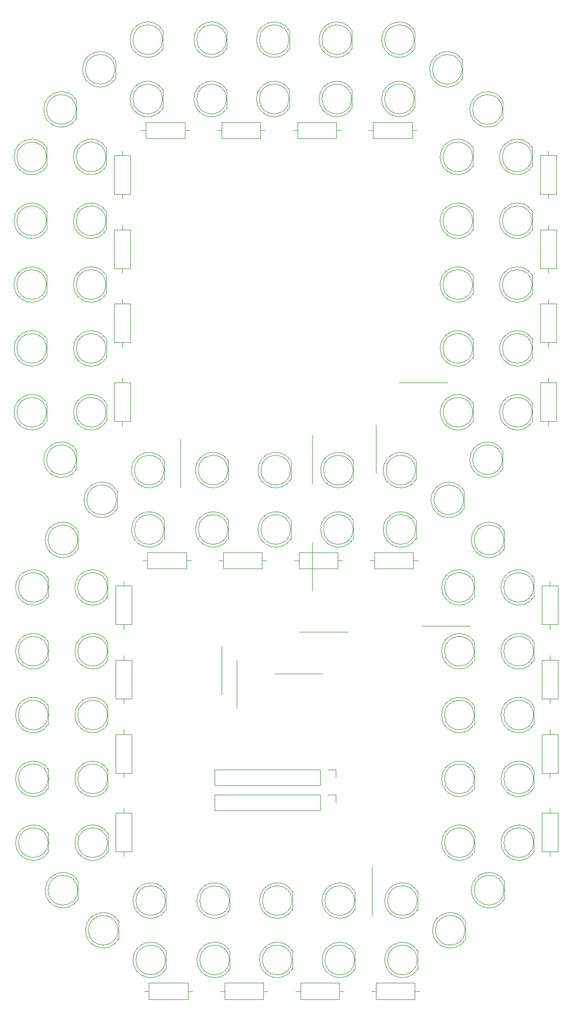
<source format=gto>
%TF.GenerationSoftware,KiCad,Pcbnew,(6.0.6)*%
%TF.CreationDate,2022-10-07T01:34:02+08:00*%
%TF.ProjectId,7SegmentDisplay_DualLine_NoDriver_6InchesV2,37536567-6d65-46e7-9444-6973706c6179,rev?*%
%TF.SameCoordinates,Original*%
%TF.FileFunction,Legend,Top*%
%TF.FilePolarity,Positive*%
%FSLAX46Y46*%
G04 Gerber Fmt 4.6, Leading zero omitted, Abs format (unit mm)*
G04 Created by KiCad (PCBNEW (6.0.6)) date 2022-10-07 01:34:02*
%MOMM*%
%LPD*%
G01*
G04 APERTURE LIST*
%ADD10C,0.120000*%
%ADD11C,0.900000*%
%ADD12C,8.000000*%
%ADD13R,1.700000X1.700000*%
%ADD14O,1.700000X1.700000*%
%ADD15C,1.400000*%
%ADD16O,1.400000X1.400000*%
%ADD17R,1.800000X1.800000*%
%ADD18C,1.800000*%
%ADD19C,1.600000*%
%ADD20O,1.600000X1.600000*%
G04 APERTURE END LIST*
D10*
%TO.C,REF\u002A\u002A*%
X371455000Y-147670000D02*
X371455000Y-149000000D01*
X368855000Y-150330000D02*
X351015000Y-150330000D01*
X370125000Y-147670000D02*
X371455000Y-147670000D01*
X368855000Y-147670000D02*
X351015000Y-147670000D01*
X368855000Y-147670000D02*
X368855000Y-150330000D01*
X351015000Y-147670000D02*
X351015000Y-150330000D01*
X352250000Y-122736000D02*
X352250000Y-130864000D01*
X354750000Y-124986000D02*
X354750000Y-133114000D01*
X345250000Y-87766000D02*
X345250000Y-95894000D01*
X369264000Y-127250000D02*
X361136000Y-127250000D01*
X377500000Y-168014000D02*
X377500000Y-159886000D01*
X373514000Y-120250000D02*
X365386000Y-120250000D01*
X394014000Y-119250000D02*
X385886000Y-119250000D01*
X367500000Y-113264000D02*
X367500000Y-105136000D01*
X367500000Y-95264000D02*
X367500000Y-87136000D01*
X390264000Y-78250000D02*
X382136000Y-78250000D01*
X378250000Y-93484000D02*
X378250000Y-85356000D01*
X371455000Y-143420000D02*
X371455000Y-144750000D01*
X368855000Y-146080000D02*
X351015000Y-146080000D01*
X370125000Y-143420000D02*
X371455000Y-143420000D01*
X368855000Y-143420000D02*
X351015000Y-143420000D01*
X368855000Y-143420000D02*
X368855000Y-146080000D01*
X351015000Y-143420000D02*
X351015000Y-146080000D01*
X342830000Y-167045000D02*
X342830000Y-163955000D01*
X337280000Y-165499538D02*
G75*
G03*
X342830000Y-167044830I2990000J-462D01*
G01*
X342830000Y-163955170D02*
G75*
G03*
X337280000Y-165500462I-2560000J-1544830D01*
G01*
X342770000Y-165500000D02*
G75*
G03*
X342770000Y-165500000I-2500000J0D01*
G01*
X352730000Y-182120000D02*
X359270000Y-182120000D01*
X352730000Y-179380000D02*
X352730000Y-182120000D01*
X351960000Y-180750000D02*
X352730000Y-180750000D01*
X360040000Y-180750000D02*
X359270000Y-180750000D01*
X359270000Y-182120000D02*
X359270000Y-179380000D01*
X359270000Y-179380000D02*
X352730000Y-179380000D01*
X365480000Y-182120000D02*
X372020000Y-182120000D01*
X365480000Y-179380000D02*
X365480000Y-182120000D01*
X364710000Y-180750000D02*
X365480000Y-180750000D01*
X372790000Y-180750000D02*
X372020000Y-180750000D01*
X372020000Y-182120000D02*
X372020000Y-179380000D01*
X372020000Y-179380000D02*
X365480000Y-179380000D01*
X339980000Y-182120000D02*
X346520000Y-182120000D01*
X339980000Y-179380000D02*
X339980000Y-182120000D01*
X339210000Y-180750000D02*
X339980000Y-180750000D01*
X347290000Y-180750000D02*
X346520000Y-180750000D01*
X346520000Y-182120000D02*
X346520000Y-179380000D01*
X346520000Y-179380000D02*
X339980000Y-179380000D01*
X378230000Y-182120000D02*
X384770000Y-182120000D01*
X378230000Y-179380000D02*
X378230000Y-182120000D01*
X377460000Y-180750000D02*
X378230000Y-180750000D01*
X385540000Y-180750000D02*
X384770000Y-180750000D01*
X384770000Y-182120000D02*
X384770000Y-179380000D01*
X384770000Y-179380000D02*
X378230000Y-179380000D01*
X353595000Y-167045000D02*
X353595000Y-163955000D01*
X348045000Y-165499538D02*
G75*
G03*
X353595000Y-167044830I2990000J-462D01*
G01*
X353595000Y-163955170D02*
G75*
G03*
X348045000Y-165500462I-2560000J-1544830D01*
G01*
X353535000Y-165500000D02*
G75*
G03*
X353535000Y-165500000I-2500000J0D01*
G01*
X385215000Y-177045000D02*
X385215000Y-173955000D01*
X379665000Y-175499538D02*
G75*
G03*
X385215000Y-177044830I2990000J-462D01*
G01*
X385215000Y-173955170D02*
G75*
G03*
X379665000Y-175500462I-2560000J-1544830D01*
G01*
X385155000Y-175500000D02*
G75*
G03*
X385155000Y-175500000I-2500000J0D01*
G01*
X353595000Y-177045000D02*
X353595000Y-173955000D01*
X348045000Y-175499538D02*
G75*
G03*
X353595000Y-177044830I2990000J-462D01*
G01*
X353595000Y-173955170D02*
G75*
G03*
X348045000Y-175500462I-2560000J-1544830D01*
G01*
X353535000Y-175500000D02*
G75*
G03*
X353535000Y-175500000I-2500000J0D01*
G01*
X374675000Y-167045000D02*
X374675000Y-163955000D01*
X369125000Y-165499538D02*
G75*
G03*
X374675000Y-167044830I2990000J-462D01*
G01*
X374675000Y-163955170D02*
G75*
G03*
X369125000Y-165500462I-2560000J-1544830D01*
G01*
X374615000Y-165500000D02*
G75*
G03*
X374615000Y-165500000I-2500000J0D01*
G01*
X385215000Y-167045000D02*
X385215000Y-163955000D01*
X379665000Y-165499538D02*
G75*
G03*
X385215000Y-167044830I2990000J-462D01*
G01*
X385215000Y-163955170D02*
G75*
G03*
X379665000Y-165500462I-2560000J-1544830D01*
G01*
X385155000Y-165500000D02*
G75*
G03*
X385155000Y-165500000I-2500000J0D01*
G01*
X364135000Y-177045000D02*
X364135000Y-173955000D01*
X358585000Y-175499538D02*
G75*
G03*
X364135000Y-177044830I2990000J-462D01*
G01*
X364135000Y-173955170D02*
G75*
G03*
X358585000Y-175500462I-2560000J-1544830D01*
G01*
X364075000Y-175500000D02*
G75*
G03*
X364075000Y-175500000I-2500000J0D01*
G01*
X364135000Y-167045000D02*
X364135000Y-163955000D01*
X358585000Y-165499538D02*
G75*
G03*
X364135000Y-167044830I2990000J-462D01*
G01*
X364135000Y-163955170D02*
G75*
G03*
X358585000Y-165500462I-2560000J-1544830D01*
G01*
X364075000Y-165500000D02*
G75*
G03*
X364075000Y-165500000I-2500000J0D01*
G01*
X374675000Y-177045000D02*
X374675000Y-173955000D01*
X369125000Y-175499538D02*
G75*
G03*
X374675000Y-177044830I2990000J-462D01*
G01*
X374675000Y-173955170D02*
G75*
G03*
X369125000Y-175500462I-2560000J-1544830D01*
G01*
X374615000Y-175500000D02*
G75*
G03*
X374615000Y-175500000I-2500000J0D01*
G01*
X334830000Y-172045000D02*
X334830000Y-168955000D01*
X329280000Y-170499538D02*
G75*
G03*
X334830000Y-172044830I2990000J-462D01*
G01*
X334830000Y-168955170D02*
G75*
G03*
X329280000Y-170500462I-2560000J-1544830D01*
G01*
X334770000Y-170500000D02*
G75*
G03*
X334770000Y-170500000I-2500000J0D01*
G01*
X393290000Y-172045000D02*
X393290000Y-168955000D01*
X387740000Y-170499538D02*
G75*
G03*
X393290000Y-172044830I2990000J-462D01*
G01*
X393290000Y-168955170D02*
G75*
G03*
X387740000Y-170500462I-2560000J-1544830D01*
G01*
X393230000Y-170500000D02*
G75*
G03*
X393230000Y-170500000I-2500000J0D01*
G01*
X342830000Y-177045000D02*
X342830000Y-173955000D01*
X337280000Y-175499538D02*
G75*
G03*
X342830000Y-177044830I2990000J-462D01*
G01*
X342830000Y-173955170D02*
G75*
G03*
X337280000Y-175500462I-2560000J-1544830D01*
G01*
X342770000Y-175500000D02*
G75*
G03*
X342770000Y-175500000I-2500000J0D01*
G01*
X342580000Y-94545000D02*
X342580000Y-91455000D01*
X337030000Y-92999538D02*
G75*
G03*
X342580000Y-94544830I2990000J-462D01*
G01*
X342580000Y-91455170D02*
G75*
G03*
X337030000Y-93000462I-2560000J-1544830D01*
G01*
X342520000Y-93000000D02*
G75*
G03*
X342520000Y-93000000I-2500000J0D01*
G01*
X352480000Y-109620000D02*
X359020000Y-109620000D01*
X352480000Y-106880000D02*
X352480000Y-109620000D01*
X351710000Y-108250000D02*
X352480000Y-108250000D01*
X359790000Y-108250000D02*
X359020000Y-108250000D01*
X359020000Y-109620000D02*
X359020000Y-106880000D01*
X359020000Y-106880000D02*
X352480000Y-106880000D01*
X365230000Y-109620000D02*
X371770000Y-109620000D01*
X365230000Y-106880000D02*
X365230000Y-109620000D01*
X364460000Y-108250000D02*
X365230000Y-108250000D01*
X372540000Y-108250000D02*
X371770000Y-108250000D01*
X371770000Y-109620000D02*
X371770000Y-106880000D01*
X371770000Y-106880000D02*
X365230000Y-106880000D01*
X339730000Y-109620000D02*
X346270000Y-109620000D01*
X339730000Y-106880000D02*
X339730000Y-109620000D01*
X338960000Y-108250000D02*
X339730000Y-108250000D01*
X347040000Y-108250000D02*
X346270000Y-108250000D01*
X346270000Y-109620000D02*
X346270000Y-106880000D01*
X346270000Y-106880000D02*
X339730000Y-106880000D01*
X377980000Y-109620000D02*
X384520000Y-109620000D01*
X377980000Y-106880000D02*
X377980000Y-109620000D01*
X377210000Y-108250000D02*
X377980000Y-108250000D01*
X385290000Y-108250000D02*
X384520000Y-108250000D01*
X384520000Y-109620000D02*
X384520000Y-106880000D01*
X384520000Y-106880000D02*
X377980000Y-106880000D01*
X394825000Y-157295000D02*
X394825000Y-154205000D01*
X389275000Y-155749538D02*
G75*
G03*
X394825000Y-157294830I2990000J-462D01*
G01*
X394825000Y-154205170D02*
G75*
G03*
X389275000Y-155750462I-2560000J-1544830D01*
G01*
X394765000Y-155750000D02*
G75*
G03*
X394765000Y-155750000I-2500000J0D01*
G01*
X404825000Y-157295000D02*
X404825000Y-154205000D01*
X399275000Y-155749538D02*
G75*
G03*
X404825000Y-157294830I2990000J-462D01*
G01*
X404825000Y-154205170D02*
G75*
G03*
X399275000Y-155750462I-2560000J-1544830D01*
G01*
X404765000Y-155750000D02*
G75*
G03*
X404765000Y-155750000I-2500000J0D01*
G01*
X399815000Y-165295000D02*
X399815000Y-162205000D01*
X394265000Y-163749538D02*
G75*
G03*
X399815000Y-165294830I2990000J-462D01*
G01*
X399815000Y-162205170D02*
G75*
G03*
X394265000Y-163750462I-2560000J-1544830D01*
G01*
X399755000Y-163750000D02*
G75*
G03*
X399755000Y-163750000I-2500000J0D01*
G01*
X333040000Y-135795000D02*
X333040000Y-132705000D01*
X327490000Y-134249538D02*
G75*
G03*
X333040000Y-135794830I2990000J-462D01*
G01*
X333040000Y-132705170D02*
G75*
G03*
X327490000Y-134250462I-2560000J-1544830D01*
G01*
X332980000Y-134250000D02*
G75*
G03*
X332980000Y-134250000I-2500000J0D01*
G01*
X334355000Y-112480000D02*
X334355000Y-119020000D01*
X337095000Y-112480000D02*
X334355000Y-112480000D01*
X335725000Y-111710000D02*
X335725000Y-112480000D01*
X335725000Y-119790000D02*
X335725000Y-119020000D01*
X334355000Y-119020000D02*
X337095000Y-119020000D01*
X337095000Y-119020000D02*
X337095000Y-112480000D01*
X323045000Y-146545000D02*
X323045000Y-143455000D01*
X317495000Y-144999538D02*
G75*
G03*
X323045000Y-146544830I2990000J-462D01*
G01*
X323045000Y-143455170D02*
G75*
G03*
X317495000Y-145000462I-2560000J-1544830D01*
G01*
X322985000Y-145000000D02*
G75*
G03*
X322985000Y-145000000I-2500000J0D01*
G01*
X333045000Y-146545000D02*
X333045000Y-143455000D01*
X327495000Y-144999538D02*
G75*
G03*
X333045000Y-146544830I2990000J-462D01*
G01*
X333045000Y-143455170D02*
G75*
G03*
X327495000Y-145000462I-2560000J-1544830D01*
G01*
X332985000Y-145000000D02*
G75*
G03*
X332985000Y-145000000I-2500000J0D01*
G01*
X333040000Y-114295000D02*
X333040000Y-111205000D01*
X327490000Y-112749538D02*
G75*
G03*
X333040000Y-114294830I2990000J-462D01*
G01*
X333040000Y-111205170D02*
G75*
G03*
X327490000Y-112750462I-2560000J-1544830D01*
G01*
X332980000Y-112750000D02*
G75*
G03*
X332980000Y-112750000I-2500000J0D01*
G01*
X406130000Y-150730000D02*
X406130000Y-157270000D01*
X408870000Y-150730000D02*
X406130000Y-150730000D01*
X407500000Y-149960000D02*
X407500000Y-150730000D01*
X407500000Y-158040000D02*
X407500000Y-157270000D01*
X406130000Y-157270000D02*
X408870000Y-157270000D01*
X408870000Y-157270000D02*
X408870000Y-150730000D01*
X323040000Y-135795000D02*
X323040000Y-132705000D01*
X317490000Y-134249538D02*
G75*
G03*
X323040000Y-135794830I2990000J-462D01*
G01*
X323040000Y-132705170D02*
G75*
G03*
X317490000Y-134250462I-2560000J-1544830D01*
G01*
X322980000Y-134250000D02*
G75*
G03*
X322980000Y-134250000I-2500000J0D01*
G01*
X406130000Y-137480000D02*
X406130000Y-144020000D01*
X408870000Y-137480000D02*
X406130000Y-137480000D01*
X407500000Y-136710000D02*
X407500000Y-137480000D01*
X407500000Y-144790000D02*
X407500000Y-144020000D01*
X406130000Y-144020000D02*
X408870000Y-144020000D01*
X408870000Y-144020000D02*
X408870000Y-137480000D01*
X333040000Y-125045000D02*
X333040000Y-121955000D01*
X327490000Y-123499538D02*
G75*
G03*
X333040000Y-125044830I2990000J-462D01*
G01*
X333040000Y-121955170D02*
G75*
G03*
X327490000Y-123500462I-2560000J-1544830D01*
G01*
X332980000Y-123500000D02*
G75*
G03*
X332980000Y-123500000I-2500000J0D01*
G01*
X323040000Y-125045000D02*
X323040000Y-121955000D01*
X317490000Y-123499538D02*
G75*
G03*
X323040000Y-125044830I2990000J-462D01*
G01*
X323040000Y-121955170D02*
G75*
G03*
X317490000Y-123500462I-2560000J-1544830D01*
G01*
X322980000Y-123500000D02*
G75*
G03*
X322980000Y-123500000I-2500000J0D01*
G01*
X334355000Y-124980000D02*
X334355000Y-131520000D01*
X337095000Y-124980000D02*
X334355000Y-124980000D01*
X335725000Y-124210000D02*
X335725000Y-124980000D01*
X335725000Y-132290000D02*
X335725000Y-131520000D01*
X334355000Y-131520000D02*
X337095000Y-131520000D01*
X337095000Y-131520000D02*
X337095000Y-124980000D01*
X353345000Y-94545000D02*
X353345000Y-91455000D01*
X347795000Y-92999538D02*
G75*
G03*
X353345000Y-94544830I2990000J-462D01*
G01*
X353345000Y-91455170D02*
G75*
G03*
X347795000Y-93000462I-2560000J-1544830D01*
G01*
X353285000Y-93000000D02*
G75*
G03*
X353285000Y-93000000I-2500000J0D01*
G01*
X384965000Y-104545000D02*
X384965000Y-101455000D01*
X379415000Y-102999538D02*
G75*
G03*
X384965000Y-104544830I2990000J-462D01*
G01*
X384965000Y-101455170D02*
G75*
G03*
X379415000Y-103000462I-2560000J-1544830D01*
G01*
X384905000Y-103000000D02*
G75*
G03*
X384905000Y-103000000I-2500000J0D01*
G01*
X353345000Y-104545000D02*
X353345000Y-101455000D01*
X347795000Y-102999538D02*
G75*
G03*
X353345000Y-104544830I2990000J-462D01*
G01*
X353345000Y-101455170D02*
G75*
G03*
X347795000Y-103000462I-2560000J-1544830D01*
G01*
X353285000Y-103000000D02*
G75*
G03*
X353285000Y-103000000I-2500000J0D01*
G01*
X374425000Y-94545000D02*
X374425000Y-91455000D01*
X368875000Y-92999538D02*
G75*
G03*
X374425000Y-94544830I2990000J-462D01*
G01*
X374425000Y-91455170D02*
G75*
G03*
X368875000Y-93000462I-2560000J-1544830D01*
G01*
X374365000Y-93000000D02*
G75*
G03*
X374365000Y-93000000I-2500000J0D01*
G01*
X384965000Y-94545000D02*
X384965000Y-91455000D01*
X379415000Y-92999538D02*
G75*
G03*
X384965000Y-94544830I2990000J-462D01*
G01*
X384965000Y-91455170D02*
G75*
G03*
X379415000Y-93000462I-2560000J-1544830D01*
G01*
X384905000Y-93000000D02*
G75*
G03*
X384905000Y-93000000I-2500000J0D01*
G01*
X363885000Y-104545000D02*
X363885000Y-101455000D01*
X358335000Y-102999538D02*
G75*
G03*
X363885000Y-104544830I2990000J-462D01*
G01*
X363885000Y-101455170D02*
G75*
G03*
X358335000Y-103000462I-2560000J-1544830D01*
G01*
X363825000Y-103000000D02*
G75*
G03*
X363825000Y-103000000I-2500000J0D01*
G01*
X363885000Y-94545000D02*
X363885000Y-91455000D01*
X358335000Y-92999538D02*
G75*
G03*
X363885000Y-94544830I2990000J-462D01*
G01*
X363885000Y-91455170D02*
G75*
G03*
X358335000Y-93000462I-2560000J-1544830D01*
G01*
X363825000Y-93000000D02*
G75*
G03*
X363825000Y-93000000I-2500000J0D01*
G01*
X374425000Y-104545000D02*
X374425000Y-101455000D01*
X368875000Y-102999538D02*
G75*
G03*
X374425000Y-104544830I2990000J-462D01*
G01*
X374425000Y-101455170D02*
G75*
G03*
X368875000Y-103000462I-2560000J-1544830D01*
G01*
X374365000Y-103000000D02*
G75*
G03*
X374365000Y-103000000I-2500000J0D01*
G01*
X334580000Y-99545000D02*
X334580000Y-96455000D01*
X329030000Y-97999538D02*
G75*
G03*
X334580000Y-99544830I2990000J-462D01*
G01*
X334580000Y-96455170D02*
G75*
G03*
X329030000Y-98000462I-2560000J-1544830D01*
G01*
X334520000Y-98000000D02*
G75*
G03*
X334520000Y-98000000I-2500000J0D01*
G01*
X393040000Y-99545000D02*
X393040000Y-96455000D01*
X387490000Y-97999538D02*
G75*
G03*
X393040000Y-99544830I2990000J-462D01*
G01*
X393040000Y-96455170D02*
G75*
G03*
X387490000Y-98000462I-2560000J-1544830D01*
G01*
X392980000Y-98000000D02*
G75*
G03*
X392980000Y-98000000I-2500000J0D01*
G01*
X399815000Y-106295000D02*
X399815000Y-103205000D01*
X394265000Y-104749538D02*
G75*
G03*
X399815000Y-106294830I2990000J-462D01*
G01*
X399815000Y-103205170D02*
G75*
G03*
X394265000Y-104750462I-2560000J-1544830D01*
G01*
X399755000Y-104750000D02*
G75*
G03*
X399755000Y-104750000I-2500000J0D01*
G01*
X394815000Y-114295000D02*
X394815000Y-111205000D01*
X389265000Y-112749538D02*
G75*
G03*
X394815000Y-114294830I2990000J-462D01*
G01*
X394815000Y-111205170D02*
G75*
G03*
X389265000Y-112750462I-2560000J-1544830D01*
G01*
X394755000Y-112750000D02*
G75*
G03*
X394755000Y-112750000I-2500000J0D01*
G01*
X404815000Y-114295000D02*
X404815000Y-111205000D01*
X399265000Y-112749538D02*
G75*
G03*
X404815000Y-114294830I2990000J-462D01*
G01*
X404815000Y-111205170D02*
G75*
G03*
X399265000Y-112750462I-2560000J-1544830D01*
G01*
X404755000Y-112750000D02*
G75*
G03*
X404755000Y-112750000I-2500000J0D01*
G01*
X333050000Y-157295000D02*
X333050000Y-154205000D01*
X327500000Y-155749538D02*
G75*
G03*
X333050000Y-157294830I2990000J-462D01*
G01*
X333050000Y-154205170D02*
G75*
G03*
X327500000Y-155750462I-2560000J-1544830D01*
G01*
X332990000Y-155750000D02*
G75*
G03*
X332990000Y-155750000I-2500000J0D01*
G01*
X334355000Y-150730000D02*
X334355000Y-157270000D01*
X337095000Y-150730000D02*
X334355000Y-150730000D01*
X335725000Y-149960000D02*
X335725000Y-150730000D01*
X335725000Y-158040000D02*
X335725000Y-157270000D01*
X334355000Y-157270000D02*
X337095000Y-157270000D01*
X337095000Y-157270000D02*
X337095000Y-150730000D01*
X334355000Y-137480000D02*
X334355000Y-144020000D01*
X337095000Y-137480000D02*
X334355000Y-137480000D01*
X335725000Y-136710000D02*
X335725000Y-137480000D01*
X335725000Y-144790000D02*
X335725000Y-144020000D01*
X334355000Y-144020000D02*
X337095000Y-144020000D01*
X337095000Y-144020000D02*
X337095000Y-137480000D01*
X328040000Y-106295000D02*
X328040000Y-103205000D01*
X322490000Y-104749538D02*
G75*
G03*
X328040000Y-106294830I2990000J-462D01*
G01*
X328040000Y-103205170D02*
G75*
G03*
X322490000Y-104750462I-2560000J-1544830D01*
G01*
X327980000Y-104750000D02*
G75*
G03*
X327980000Y-104750000I-2500000J0D01*
G01*
X323040000Y-114295000D02*
X323040000Y-111205000D01*
X317490000Y-112749538D02*
G75*
G03*
X323040000Y-114294830I2990000J-462D01*
G01*
X323040000Y-111205170D02*
G75*
G03*
X317490000Y-112750462I-2560000J-1544830D01*
G01*
X322980000Y-112750000D02*
G75*
G03*
X322980000Y-112750000I-2500000J0D01*
G01*
X323050000Y-157295000D02*
X323050000Y-154205000D01*
X317500000Y-155749538D02*
G75*
G03*
X323050000Y-157294830I2990000J-462D01*
G01*
X323050000Y-154205170D02*
G75*
G03*
X317500000Y-155750462I-2560000J-1544830D01*
G01*
X322990000Y-155750000D02*
G75*
G03*
X322990000Y-155750000I-2500000J0D01*
G01*
X328040000Y-165295000D02*
X328040000Y-162205000D01*
X322490000Y-163749538D02*
G75*
G03*
X328040000Y-165294830I2990000J-462D01*
G01*
X328040000Y-162205170D02*
G75*
G03*
X322490000Y-163750462I-2560000J-1544830D01*
G01*
X327980000Y-163750000D02*
G75*
G03*
X327980000Y-163750000I-2500000J0D01*
G01*
X404820000Y-146545000D02*
X404820000Y-143455000D01*
X399270000Y-144999538D02*
G75*
G03*
X404820000Y-146544830I2990000J-462D01*
G01*
X404820000Y-143455170D02*
G75*
G03*
X399270000Y-145000462I-2560000J-1544830D01*
G01*
X404760000Y-145000000D02*
G75*
G03*
X404760000Y-145000000I-2500000J0D01*
G01*
X394820000Y-146545000D02*
X394820000Y-143455000D01*
X389270000Y-144999538D02*
G75*
G03*
X394820000Y-146544830I2990000J-462D01*
G01*
X394820000Y-143455170D02*
G75*
G03*
X389270000Y-145000462I-2560000J-1544830D01*
G01*
X394760000Y-145000000D02*
G75*
G03*
X394760000Y-145000000I-2500000J0D01*
G01*
X394815000Y-135795000D02*
X394815000Y-132705000D01*
X389265000Y-134249538D02*
G75*
G03*
X394815000Y-135794830I2990000J-462D01*
G01*
X394815000Y-132705170D02*
G75*
G03*
X389265000Y-134250462I-2560000J-1544830D01*
G01*
X394755000Y-134250000D02*
G75*
G03*
X394755000Y-134250000I-2500000J0D01*
G01*
X404815000Y-125045000D02*
X404815000Y-121955000D01*
X399265000Y-123499538D02*
G75*
G03*
X404815000Y-125044830I2990000J-462D01*
G01*
X404815000Y-121955170D02*
G75*
G03*
X399265000Y-123500462I-2560000J-1544830D01*
G01*
X404755000Y-123500000D02*
G75*
G03*
X404755000Y-123500000I-2500000J0D01*
G01*
X394815000Y-125045000D02*
X394815000Y-121955000D01*
X389265000Y-123499538D02*
G75*
G03*
X394815000Y-125044830I2990000J-462D01*
G01*
X394815000Y-121955170D02*
G75*
G03*
X389265000Y-123500462I-2560000J-1544830D01*
G01*
X394755000Y-123500000D02*
G75*
G03*
X394755000Y-123500000I-2500000J0D01*
G01*
X406130000Y-124980000D02*
X406130000Y-131520000D01*
X408870000Y-124980000D02*
X406130000Y-124980000D01*
X407500000Y-124210000D02*
X407500000Y-124980000D01*
X407500000Y-132290000D02*
X407500000Y-131520000D01*
X406130000Y-131520000D02*
X408870000Y-131520000D01*
X408870000Y-131520000D02*
X408870000Y-124980000D01*
X404815000Y-135795000D02*
X404815000Y-132705000D01*
X399265000Y-134249538D02*
G75*
G03*
X404815000Y-135794830I2990000J-462D01*
G01*
X404815000Y-132705170D02*
G75*
G03*
X399265000Y-134250462I-2560000J-1544830D01*
G01*
X404755000Y-134250000D02*
G75*
G03*
X404755000Y-134250000I-2500000J0D01*
G01*
X406130000Y-112480000D02*
X406130000Y-119020000D01*
X408870000Y-112480000D02*
X406130000Y-112480000D01*
X407500000Y-111710000D02*
X407500000Y-112480000D01*
X407500000Y-119790000D02*
X407500000Y-119020000D01*
X406130000Y-119020000D02*
X408870000Y-119020000D01*
X408870000Y-119020000D02*
X408870000Y-112480000D01*
X342580000Y-104545000D02*
X342580000Y-101455000D01*
X337030000Y-102999538D02*
G75*
G03*
X342580000Y-104544830I2990000J-462D01*
G01*
X342580000Y-101455170D02*
G75*
G03*
X337030000Y-103000462I-2560000J-1544830D01*
G01*
X342520000Y-103000000D02*
G75*
G03*
X342520000Y-103000000I-2500000J0D01*
G01*
X322800000Y-84795000D02*
X322800000Y-81705000D01*
X317250000Y-83249538D02*
G75*
G03*
X322800000Y-84794830I2990000J-462D01*
G01*
X322800000Y-81705170D02*
G75*
G03*
X317250000Y-83250462I-2560000J-1544830D01*
G01*
X322740000Y-83250000D02*
G75*
G03*
X322740000Y-83250000I-2500000J0D01*
G01*
X332800000Y-84795000D02*
X332800000Y-81705000D01*
X327250000Y-83249538D02*
G75*
G03*
X332800000Y-84794830I2990000J-462D01*
G01*
X332800000Y-81705170D02*
G75*
G03*
X327250000Y-83250462I-2560000J-1544830D01*
G01*
X332740000Y-83250000D02*
G75*
G03*
X332740000Y-83250000I-2500000J0D01*
G01*
X327790000Y-92795000D02*
X327790000Y-89705000D01*
X322240000Y-91249538D02*
G75*
G03*
X327790000Y-92794830I2990000J-462D01*
G01*
X327790000Y-89705170D02*
G75*
G03*
X322240000Y-91250462I-2560000J-1544830D01*
G01*
X327730000Y-91250000D02*
G75*
G03*
X327730000Y-91250000I-2500000J0D01*
G01*
X334105000Y-78230000D02*
X334105000Y-84770000D01*
X336845000Y-78230000D02*
X334105000Y-78230000D01*
X335475000Y-77460000D02*
X335475000Y-78230000D01*
X335475000Y-85540000D02*
X335475000Y-84770000D01*
X334105000Y-84770000D02*
X336845000Y-84770000D01*
X336845000Y-84770000D02*
X336845000Y-78230000D01*
X334105000Y-64980000D02*
X334105000Y-71520000D01*
X336845000Y-64980000D02*
X334105000Y-64980000D01*
X335475000Y-64210000D02*
X335475000Y-64980000D01*
X335475000Y-72290000D02*
X335475000Y-71520000D01*
X334105000Y-71520000D02*
X336845000Y-71520000D01*
X336845000Y-71520000D02*
X336845000Y-64980000D01*
X327790000Y-33795000D02*
X327790000Y-30705000D01*
X322240000Y-32249538D02*
G75*
G03*
X327790000Y-33794830I2990000J-462D01*
G01*
X327790000Y-30705170D02*
G75*
G03*
X322240000Y-32250462I-2560000J-1544830D01*
G01*
X327730000Y-32250000D02*
G75*
G03*
X327730000Y-32250000I-2500000J0D01*
G01*
X322790000Y-41795000D02*
X322790000Y-38705000D01*
X317240000Y-40249538D02*
G75*
G03*
X322790000Y-41794830I2990000J-462D01*
G01*
X322790000Y-38705170D02*
G75*
G03*
X317240000Y-40250462I-2560000J-1544830D01*
G01*
X322730000Y-40250000D02*
G75*
G03*
X322730000Y-40250000I-2500000J0D01*
G01*
X332790000Y-41795000D02*
X332790000Y-38705000D01*
X327240000Y-40249538D02*
G75*
G03*
X332790000Y-41794830I2990000J-462D01*
G01*
X332790000Y-38705170D02*
G75*
G03*
X327240000Y-40250462I-2560000J-1544830D01*
G01*
X332730000Y-40250000D02*
G75*
G03*
X332730000Y-40250000I-2500000J0D01*
G01*
X332795000Y-74045000D02*
X332795000Y-70955000D01*
X327245000Y-72499538D02*
G75*
G03*
X332795000Y-74044830I2990000J-462D01*
G01*
X332795000Y-70955170D02*
G75*
G03*
X327245000Y-72500462I-2560000J-1544830D01*
G01*
X332735000Y-72500000D02*
G75*
G03*
X332735000Y-72500000I-2500000J0D01*
G01*
X322795000Y-74045000D02*
X322795000Y-70955000D01*
X317245000Y-72499538D02*
G75*
G03*
X322795000Y-74044830I2990000J-462D01*
G01*
X322795000Y-70955170D02*
G75*
G03*
X317245000Y-72500462I-2560000J-1544830D01*
G01*
X322735000Y-72500000D02*
G75*
G03*
X322735000Y-72500000I-2500000J0D01*
G01*
X322790000Y-63295000D02*
X322790000Y-60205000D01*
X317240000Y-61749538D02*
G75*
G03*
X322790000Y-63294830I2990000J-462D01*
G01*
X322790000Y-60205170D02*
G75*
G03*
X317240000Y-61750462I-2560000J-1544830D01*
G01*
X322730000Y-61750000D02*
G75*
G03*
X322730000Y-61750000I-2500000J0D01*
G01*
X332790000Y-52545000D02*
X332790000Y-49455000D01*
X327240000Y-50999538D02*
G75*
G03*
X332790000Y-52544830I2990000J-462D01*
G01*
X332790000Y-49455170D02*
G75*
G03*
X327240000Y-51000462I-2560000J-1544830D01*
G01*
X332730000Y-51000000D02*
G75*
G03*
X332730000Y-51000000I-2500000J0D01*
G01*
X322790000Y-52545000D02*
X322790000Y-49455000D01*
X317240000Y-50999538D02*
G75*
G03*
X322790000Y-52544830I2990000J-462D01*
G01*
X322790000Y-49455170D02*
G75*
G03*
X317240000Y-51000462I-2560000J-1544830D01*
G01*
X322730000Y-51000000D02*
G75*
G03*
X322730000Y-51000000I-2500000J0D01*
G01*
X334105000Y-52480000D02*
X334105000Y-59020000D01*
X336845000Y-52480000D02*
X334105000Y-52480000D01*
X335475000Y-51710000D02*
X335475000Y-52480000D01*
X335475000Y-59790000D02*
X335475000Y-59020000D01*
X334105000Y-59020000D02*
X336845000Y-59020000D01*
X336845000Y-59020000D02*
X336845000Y-52480000D01*
X332790000Y-63295000D02*
X332790000Y-60205000D01*
X327240000Y-61749538D02*
G75*
G03*
X332790000Y-63294830I2990000J-462D01*
G01*
X332790000Y-60205170D02*
G75*
G03*
X327240000Y-61750462I-2560000J-1544830D01*
G01*
X332730000Y-61750000D02*
G75*
G03*
X332730000Y-61750000I-2500000J0D01*
G01*
X334105000Y-39980000D02*
X334105000Y-46520000D01*
X336845000Y-39980000D02*
X334105000Y-39980000D01*
X335475000Y-39210000D02*
X335475000Y-39980000D01*
X335475000Y-47290000D02*
X335475000Y-46520000D01*
X334105000Y-46520000D02*
X336845000Y-46520000D01*
X336845000Y-46520000D02*
X336845000Y-39980000D01*
X405880000Y-78230000D02*
X405880000Y-84770000D01*
X408620000Y-78230000D02*
X405880000Y-78230000D01*
X407250000Y-77460000D02*
X407250000Y-78230000D01*
X407250000Y-85540000D02*
X407250000Y-84770000D01*
X405880000Y-84770000D02*
X408620000Y-84770000D01*
X408620000Y-84770000D02*
X408620000Y-78230000D01*
X405880000Y-64980000D02*
X405880000Y-71520000D01*
X408620000Y-64980000D02*
X405880000Y-64980000D01*
X407250000Y-64210000D02*
X407250000Y-64980000D01*
X407250000Y-72290000D02*
X407250000Y-71520000D01*
X405880000Y-71520000D02*
X408620000Y-71520000D01*
X408620000Y-71520000D02*
X408620000Y-64980000D01*
X405880000Y-52480000D02*
X405880000Y-59020000D01*
X408620000Y-52480000D02*
X405880000Y-52480000D01*
X407250000Y-51710000D02*
X407250000Y-52480000D01*
X407250000Y-59790000D02*
X407250000Y-59020000D01*
X405880000Y-59020000D02*
X408620000Y-59020000D01*
X408620000Y-59020000D02*
X408620000Y-52480000D01*
X405880000Y-39980000D02*
X405880000Y-46520000D01*
X408620000Y-39980000D02*
X405880000Y-39980000D01*
X407250000Y-39210000D02*
X407250000Y-39980000D01*
X407250000Y-47290000D02*
X407250000Y-46520000D01*
X405880000Y-46520000D02*
X408620000Y-46520000D01*
X408620000Y-46520000D02*
X408620000Y-39980000D01*
X377730000Y-37120000D02*
X384270000Y-37120000D01*
X377730000Y-34380000D02*
X377730000Y-37120000D01*
X376960000Y-35750000D02*
X377730000Y-35750000D01*
X385040000Y-35750000D02*
X384270000Y-35750000D01*
X384270000Y-37120000D02*
X384270000Y-34380000D01*
X384270000Y-34380000D02*
X377730000Y-34380000D01*
X364980000Y-37120000D02*
X371520000Y-37120000D01*
X364980000Y-34380000D02*
X364980000Y-37120000D01*
X364210000Y-35750000D02*
X364980000Y-35750000D01*
X372290000Y-35750000D02*
X371520000Y-35750000D01*
X371520000Y-37120000D02*
X371520000Y-34380000D01*
X371520000Y-34380000D02*
X364980000Y-34380000D01*
X352230000Y-37120000D02*
X358770000Y-37120000D01*
X352230000Y-34380000D02*
X352230000Y-37120000D01*
X351460000Y-35750000D02*
X352230000Y-35750000D01*
X359540000Y-35750000D02*
X358770000Y-35750000D01*
X358770000Y-37120000D02*
X358770000Y-34380000D01*
X358770000Y-34380000D02*
X352230000Y-34380000D01*
X339480000Y-37120000D02*
X346020000Y-37120000D01*
X339480000Y-34380000D02*
X339480000Y-37120000D01*
X338710000Y-35750000D02*
X339480000Y-35750000D01*
X346790000Y-35750000D02*
X346020000Y-35750000D01*
X346020000Y-37120000D02*
X346020000Y-34380000D01*
X346020000Y-34380000D02*
X339480000Y-34380000D01*
X399565000Y-92795000D02*
X399565000Y-89705000D01*
X394015000Y-91249538D02*
G75*
G03*
X399565000Y-92794830I2990000J-462D01*
G01*
X399565000Y-89705170D02*
G75*
G03*
X394015000Y-91250462I-2560000J-1544830D01*
G01*
X399505000Y-91250000D02*
G75*
G03*
X399505000Y-91250000I-2500000J0D01*
G01*
X404575000Y-84795000D02*
X404575000Y-81705000D01*
X399025000Y-83249538D02*
G75*
G03*
X404575000Y-84794830I2990000J-462D01*
G01*
X404575000Y-81705170D02*
G75*
G03*
X399025000Y-83250462I-2560000J-1544830D01*
G01*
X404515000Y-83250000D02*
G75*
G03*
X404515000Y-83250000I-2500000J0D01*
G01*
X394575000Y-84795000D02*
X394575000Y-81705000D01*
X389025000Y-83249538D02*
G75*
G03*
X394575000Y-84794830I2990000J-462D01*
G01*
X394575000Y-81705170D02*
G75*
G03*
X389025000Y-83250462I-2560000J-1544830D01*
G01*
X394515000Y-83250000D02*
G75*
G03*
X394515000Y-83250000I-2500000J0D01*
G01*
X404570000Y-74045000D02*
X404570000Y-70955000D01*
X399020000Y-72499538D02*
G75*
G03*
X404570000Y-74044830I2990000J-462D01*
G01*
X404570000Y-70955170D02*
G75*
G03*
X399020000Y-72500462I-2560000J-1544830D01*
G01*
X404510000Y-72500000D02*
G75*
G03*
X404510000Y-72500000I-2500000J0D01*
G01*
X394570000Y-74045000D02*
X394570000Y-70955000D01*
X389020000Y-72499538D02*
G75*
G03*
X394570000Y-74044830I2990000J-462D01*
G01*
X394570000Y-70955170D02*
G75*
G03*
X389020000Y-72500462I-2560000J-1544830D01*
G01*
X394510000Y-72500000D02*
G75*
G03*
X394510000Y-72500000I-2500000J0D01*
G01*
X404565000Y-63295000D02*
X404565000Y-60205000D01*
X399015000Y-61749538D02*
G75*
G03*
X404565000Y-63294830I2990000J-462D01*
G01*
X404565000Y-60205170D02*
G75*
G03*
X399015000Y-61750462I-2560000J-1544830D01*
G01*
X404505000Y-61750000D02*
G75*
G03*
X404505000Y-61750000I-2500000J0D01*
G01*
X394565000Y-63295000D02*
X394565000Y-60205000D01*
X389015000Y-61749538D02*
G75*
G03*
X394565000Y-63294830I2990000J-462D01*
G01*
X394565000Y-60205170D02*
G75*
G03*
X389015000Y-61750462I-2560000J-1544830D01*
G01*
X394505000Y-61750000D02*
G75*
G03*
X394505000Y-61750000I-2500000J0D01*
G01*
X404565000Y-52545000D02*
X404565000Y-49455000D01*
X399015000Y-50999538D02*
G75*
G03*
X404565000Y-52544830I2990000J-462D01*
G01*
X404565000Y-49455170D02*
G75*
G03*
X399015000Y-51000462I-2560000J-1544830D01*
G01*
X404505000Y-51000000D02*
G75*
G03*
X404505000Y-51000000I-2500000J0D01*
G01*
X394565000Y-52545000D02*
X394565000Y-49455000D01*
X389015000Y-50999538D02*
G75*
G03*
X394565000Y-52544830I2990000J-462D01*
G01*
X394565000Y-49455170D02*
G75*
G03*
X389015000Y-51000462I-2560000J-1544830D01*
G01*
X394505000Y-51000000D02*
G75*
G03*
X394505000Y-51000000I-2500000J0D01*
G01*
X404565000Y-41795000D02*
X404565000Y-38705000D01*
X399015000Y-40249538D02*
G75*
G03*
X404565000Y-41794830I2990000J-462D01*
G01*
X404565000Y-38705170D02*
G75*
G03*
X399015000Y-40250462I-2560000J-1544830D01*
G01*
X404505000Y-40250000D02*
G75*
G03*
X404505000Y-40250000I-2500000J0D01*
G01*
X394565000Y-41795000D02*
X394565000Y-38705000D01*
X389015000Y-40249538D02*
G75*
G03*
X394565000Y-41794830I2990000J-462D01*
G01*
X394565000Y-38705170D02*
G75*
G03*
X389015000Y-40250462I-2560000J-1544830D01*
G01*
X394505000Y-40250000D02*
G75*
G03*
X394505000Y-40250000I-2500000J0D01*
G01*
X399505000Y-32250000D02*
G75*
G03*
X399505000Y-32250000I-2500000J0D01*
G01*
X399565000Y-30705170D02*
G75*
G03*
X394015000Y-32250462I-2560000J-1544830D01*
G01*
X394015000Y-32249538D02*
G75*
G03*
X399565000Y-33794830I2990000J-462D01*
G01*
X399565000Y-33795000D02*
X399565000Y-30705000D01*
X392790000Y-27045000D02*
X392790000Y-23955000D01*
X387240000Y-25499538D02*
G75*
G03*
X392790000Y-27044830I2990000J-462D01*
G01*
X392790000Y-23955170D02*
G75*
G03*
X387240000Y-25500462I-2560000J-1544830D01*
G01*
X392730000Y-25500000D02*
G75*
G03*
X392730000Y-25500000I-2500000J0D01*
G01*
X374175000Y-22045000D02*
X374175000Y-18955000D01*
X368625000Y-20499538D02*
G75*
G03*
X374175000Y-22044830I2990000J-462D01*
G01*
X374175000Y-18955170D02*
G75*
G03*
X368625000Y-20500462I-2560000J-1544830D01*
G01*
X374115000Y-20500000D02*
G75*
G03*
X374115000Y-20500000I-2500000J0D01*
G01*
X374175000Y-32045000D02*
X374175000Y-28955000D01*
X368625000Y-30499538D02*
G75*
G03*
X374175000Y-32044830I2990000J-462D01*
G01*
X374175000Y-28955170D02*
G75*
G03*
X368625000Y-30500462I-2560000J-1544830D01*
G01*
X374115000Y-30500000D02*
G75*
G03*
X374115000Y-30500000I-2500000J0D01*
G01*
X384715000Y-32045000D02*
X384715000Y-28955000D01*
X379165000Y-30499538D02*
G75*
G03*
X384715000Y-32044830I2990000J-462D01*
G01*
X384715000Y-28955170D02*
G75*
G03*
X379165000Y-30500462I-2560000J-1544830D01*
G01*
X384655000Y-30500000D02*
G75*
G03*
X384655000Y-30500000I-2500000J0D01*
G01*
X384715000Y-22045000D02*
X384715000Y-18955000D01*
X379165000Y-20499538D02*
G75*
G03*
X384715000Y-22044830I2990000J-462D01*
G01*
X384715000Y-18955170D02*
G75*
G03*
X379165000Y-20500462I-2560000J-1544830D01*
G01*
X384655000Y-20500000D02*
G75*
G03*
X384655000Y-20500000I-2500000J0D01*
G01*
X363635000Y-22045000D02*
X363635000Y-18955000D01*
X358085000Y-20499538D02*
G75*
G03*
X363635000Y-22044830I2990000J-462D01*
G01*
X363635000Y-18955170D02*
G75*
G03*
X358085000Y-20500462I-2560000J-1544830D01*
G01*
X363575000Y-20500000D02*
G75*
G03*
X363575000Y-20500000I-2500000J0D01*
G01*
X363635000Y-32045000D02*
X363635000Y-28955000D01*
X358085000Y-30499538D02*
G75*
G03*
X363635000Y-32044830I2990000J-462D01*
G01*
X363635000Y-28955170D02*
G75*
G03*
X358085000Y-30500462I-2560000J-1544830D01*
G01*
X363575000Y-30500000D02*
G75*
G03*
X363575000Y-30500000I-2500000J0D01*
G01*
X334330000Y-27045000D02*
X334330000Y-23955000D01*
X328780000Y-25499538D02*
G75*
G03*
X334330000Y-27044830I2990000J-462D01*
G01*
X334330000Y-23955170D02*
G75*
G03*
X328780000Y-25500462I-2560000J-1544830D01*
G01*
X334270000Y-25500000D02*
G75*
G03*
X334270000Y-25500000I-2500000J0D01*
G01*
X353095000Y-22045000D02*
X353095000Y-18955000D01*
X347545000Y-20499538D02*
G75*
G03*
X353095000Y-22044830I2990000J-462D01*
G01*
X353095000Y-18955170D02*
G75*
G03*
X347545000Y-20500462I-2560000J-1544830D01*
G01*
X353035000Y-20500000D02*
G75*
G03*
X353035000Y-20500000I-2500000J0D01*
G01*
X353095000Y-32045000D02*
X353095000Y-28955000D01*
X347545000Y-30499538D02*
G75*
G03*
X353095000Y-32044830I2990000J-462D01*
G01*
X353095000Y-28955170D02*
G75*
G03*
X347545000Y-30500462I-2560000J-1544830D01*
G01*
X353035000Y-30500000D02*
G75*
G03*
X353035000Y-30500000I-2500000J0D01*
G01*
X342330000Y-32045000D02*
X342330000Y-28955000D01*
X336780000Y-30499538D02*
G75*
G03*
X342330000Y-32044830I2990000J-462D01*
G01*
X342330000Y-28955170D02*
G75*
G03*
X336780000Y-30500462I-2560000J-1544830D01*
G01*
X342270000Y-30500000D02*
G75*
G03*
X342270000Y-30500000I-2500000J0D01*
G01*
X342330000Y-22045000D02*
X342330000Y-18955000D01*
X336780000Y-20499538D02*
G75*
G03*
X342330000Y-22044830I2990000J-462D01*
G01*
X342330000Y-18955170D02*
G75*
G03*
X336780000Y-20500462I-2560000J-1544830D01*
G01*
X342270000Y-20500000D02*
G75*
G03*
X342270000Y-20500000I-2500000J0D01*
G01*
%TD*%
%LPC*%
D11*
%TO.C,REF\u002A\u002A*%
X403878680Y-19628680D03*
X408121320Y-23871320D03*
X406000000Y-24750000D03*
X408121320Y-19628680D03*
X403000000Y-21750000D03*
X403878680Y-23871320D03*
X409000000Y-21750000D03*
X406000000Y-18750000D03*
D12*
X406000000Y-21750000D03*
%TD*%
D11*
%TO.C,REF\u002A\u002A*%
X317878680Y-19128680D03*
X322121320Y-23371320D03*
X320000000Y-24250000D03*
X322121320Y-19128680D03*
X317000000Y-21250000D03*
X317878680Y-23371320D03*
X323000000Y-21250000D03*
X320000000Y-18250000D03*
D12*
X320000000Y-21250000D03*
%TD*%
D11*
%TO.C,REF\u002A\u002A*%
X318128680Y-178128680D03*
X322371320Y-182371320D03*
X320250000Y-183250000D03*
X322371320Y-178128680D03*
X317250000Y-180250000D03*
X318128680Y-182371320D03*
X323250000Y-180250000D03*
X320250000Y-177250000D03*
D12*
X320250000Y-180250000D03*
%TD*%
D11*
%TO.C,REF\u002A\u002A*%
X403878680Y-177878680D03*
X408121320Y-182121320D03*
X406000000Y-183000000D03*
X408121320Y-177878680D03*
X403000000Y-180000000D03*
X403878680Y-182121320D03*
X409000000Y-180000000D03*
X406000000Y-177000000D03*
D12*
X406000000Y-180000000D03*
%TD*%
D13*
%TO.C,REF\u002A\u002A*%
X370125000Y-149000000D03*
D14*
X367585000Y-149000000D03*
X365045000Y-149000000D03*
X362505000Y-149000000D03*
X359965000Y-149000000D03*
X357425000Y-149000000D03*
X354885000Y-149000000D03*
X352345000Y-149000000D03*
%TD*%
D15*
%TO.C,REF\u002A\u002A*%
X352250000Y-121720000D03*
D16*
X352250000Y-131880000D03*
%TD*%
D15*
%TO.C,REF\u002A\u002A*%
X354750000Y-123970000D03*
D16*
X354750000Y-134130000D03*
%TD*%
D15*
%TO.C,REF\u002A\u002A*%
X345250000Y-86750000D03*
D16*
X345250000Y-96910000D03*
%TD*%
D15*
%TO.C,REF\u002A\u002A*%
X370280000Y-127250000D03*
D16*
X360120000Y-127250000D03*
%TD*%
D15*
%TO.C,REF\u002A\u002A*%
X377500000Y-169030000D03*
D16*
X377500000Y-158870000D03*
%TD*%
D15*
%TO.C,REF\u002A\u002A*%
X374530000Y-120250000D03*
D16*
X364370000Y-120250000D03*
%TD*%
%TO.C,REF\u002A\u002A*%
X384870000Y-119250000D03*
D15*
X395030000Y-119250000D03*
%TD*%
%TO.C,REF\u002A\u002A*%
X367500000Y-114280000D03*
D16*
X367500000Y-104120000D03*
%TD*%
D15*
%TO.C,REF\u002A\u002A*%
X367500000Y-96280000D03*
D16*
X367500000Y-86120000D03*
%TD*%
D15*
%TO.C,REF\u002A\u002A*%
X391280000Y-78250000D03*
D16*
X381120000Y-78250000D03*
%TD*%
D15*
%TO.C,REF\u002A\u002A*%
X378250000Y-94500000D03*
D16*
X378250000Y-84340000D03*
%TD*%
D13*
%TO.C,REF\u002A\u002A*%
X370125000Y-144750000D03*
D14*
X367585000Y-144750000D03*
X365045000Y-144750000D03*
X362505000Y-144750000D03*
X359965000Y-144750000D03*
X357425000Y-144750000D03*
X354885000Y-144750000D03*
X352345000Y-144750000D03*
%TD*%
D17*
%TO.C,REF\u002A\u002A*%
X341540000Y-165500000D03*
D18*
X339000000Y-165500000D03*
%TD*%
D19*
%TO.C,REF\u002A\u002A*%
X350920000Y-180750000D03*
D20*
X361080000Y-180750000D03*
%TD*%
D19*
%TO.C,REF\u002A\u002A*%
X363670000Y-180750000D03*
D20*
X373830000Y-180750000D03*
%TD*%
D19*
%TO.C,REF\u002A\u002A*%
X338170000Y-180750000D03*
D20*
X348330000Y-180750000D03*
%TD*%
D19*
%TO.C,REF\u002A\u002A*%
X376420000Y-180750000D03*
D20*
X386580000Y-180750000D03*
%TD*%
D17*
%TO.C,REF\u002A\u002A*%
X352305000Y-165500000D03*
D18*
X349765000Y-165500000D03*
%TD*%
D17*
%TO.C,REF\u002A\u002A*%
X383925000Y-175500000D03*
D18*
X381385000Y-175500000D03*
%TD*%
D17*
%TO.C,REF\u002A\u002A*%
X352305000Y-175500000D03*
D18*
X349765000Y-175500000D03*
%TD*%
D17*
%TO.C,REF\u002A\u002A*%
X373385000Y-165500000D03*
D18*
X370845000Y-165500000D03*
%TD*%
D17*
%TO.C,REF\u002A\u002A*%
X383925000Y-165500000D03*
D18*
X381385000Y-165500000D03*
%TD*%
D17*
%TO.C,REF\u002A\u002A*%
X362845000Y-175500000D03*
D18*
X360305000Y-175500000D03*
%TD*%
D17*
%TO.C,REF\u002A\u002A*%
X362845000Y-165500000D03*
D18*
X360305000Y-165500000D03*
%TD*%
D17*
%TO.C,REF\u002A\u002A*%
X373385000Y-175500000D03*
D18*
X370845000Y-175500000D03*
%TD*%
D17*
%TO.C,REF\u002A\u002A*%
X333540000Y-170500000D03*
D18*
X331000000Y-170500000D03*
%TD*%
D17*
%TO.C,REF\u002A\u002A*%
X392000000Y-170500000D03*
D18*
X389460000Y-170500000D03*
%TD*%
D17*
%TO.C,REF\u002A\u002A*%
X341540000Y-175500000D03*
D18*
X339000000Y-175500000D03*
%TD*%
D17*
%TO.C,REF\u002A\u002A*%
X341290000Y-93000000D03*
D18*
X338750000Y-93000000D03*
%TD*%
D19*
%TO.C,REF\u002A\u002A*%
X350670000Y-108250000D03*
D20*
X360830000Y-108250000D03*
%TD*%
D19*
%TO.C,REF\u002A\u002A*%
X363420000Y-108250000D03*
D20*
X373580000Y-108250000D03*
%TD*%
D19*
%TO.C,REF\u002A\u002A*%
X337920000Y-108250000D03*
D20*
X348080000Y-108250000D03*
%TD*%
D19*
%TO.C,REF\u002A\u002A*%
X376170000Y-108250000D03*
D20*
X386330000Y-108250000D03*
%TD*%
D17*
%TO.C,REF\u002A\u002A*%
X393535000Y-155750000D03*
D18*
X390995000Y-155750000D03*
%TD*%
D17*
%TO.C,REF\u002A\u002A*%
X403535000Y-155750000D03*
D18*
X400995000Y-155750000D03*
%TD*%
D17*
%TO.C,REF\u002A\u002A*%
X398525000Y-163750000D03*
D18*
X395985000Y-163750000D03*
%TD*%
D17*
%TO.C,REF\u002A\u002A*%
X331750000Y-134250000D03*
D18*
X329210000Y-134250000D03*
%TD*%
D19*
%TO.C,REF\u002A\u002A*%
X335725000Y-110670000D03*
D20*
X335725000Y-120830000D03*
%TD*%
D17*
%TO.C,REF\u002A\u002A*%
X321755000Y-145000000D03*
D18*
X319215000Y-145000000D03*
%TD*%
D17*
%TO.C,REF\u002A\u002A*%
X331755000Y-145000000D03*
D18*
X329215000Y-145000000D03*
%TD*%
D17*
%TO.C,REF\u002A\u002A*%
X331750000Y-112750000D03*
D18*
X329210000Y-112750000D03*
%TD*%
D19*
%TO.C,REF\u002A\u002A*%
X407500000Y-148920000D03*
D20*
X407500000Y-159080000D03*
%TD*%
D17*
%TO.C,REF\u002A\u002A*%
X321750000Y-134250000D03*
D18*
X319210000Y-134250000D03*
%TD*%
D19*
%TO.C,REF\u002A\u002A*%
X407500000Y-135670000D03*
D20*
X407500000Y-145830000D03*
%TD*%
D17*
%TO.C,REF\u002A\u002A*%
X331750000Y-123500000D03*
D18*
X329210000Y-123500000D03*
%TD*%
D17*
%TO.C,REF\u002A\u002A*%
X321750000Y-123500000D03*
D18*
X319210000Y-123500000D03*
%TD*%
D19*
%TO.C,REF\u002A\u002A*%
X335725000Y-123170000D03*
D20*
X335725000Y-133330000D03*
%TD*%
D17*
%TO.C,REF\u002A\u002A*%
X352055000Y-93000000D03*
D18*
X349515000Y-93000000D03*
%TD*%
D17*
%TO.C,REF\u002A\u002A*%
X383675000Y-103000000D03*
D18*
X381135000Y-103000000D03*
%TD*%
D17*
%TO.C,REF\u002A\u002A*%
X352055000Y-103000000D03*
D18*
X349515000Y-103000000D03*
%TD*%
D17*
%TO.C,REF\u002A\u002A*%
X373135000Y-93000000D03*
D18*
X370595000Y-93000000D03*
%TD*%
D17*
%TO.C,REF\u002A\u002A*%
X383675000Y-93000000D03*
D18*
X381135000Y-93000000D03*
%TD*%
D17*
%TO.C,REF\u002A\u002A*%
X362595000Y-103000000D03*
D18*
X360055000Y-103000000D03*
%TD*%
D17*
%TO.C,REF\u002A\u002A*%
X362595000Y-93000000D03*
D18*
X360055000Y-93000000D03*
%TD*%
D17*
%TO.C,REF\u002A\u002A*%
X373135000Y-103000000D03*
D18*
X370595000Y-103000000D03*
%TD*%
D17*
%TO.C,REF\u002A\u002A*%
X333290000Y-98000000D03*
D18*
X330750000Y-98000000D03*
%TD*%
D17*
%TO.C,REF\u002A\u002A*%
X391750000Y-98000000D03*
D18*
X389210000Y-98000000D03*
%TD*%
D17*
%TO.C,REF\u002A\u002A*%
X398525000Y-104750000D03*
D18*
X395985000Y-104750000D03*
%TD*%
D17*
%TO.C,REF\u002A\u002A*%
X393525000Y-112750000D03*
D18*
X390985000Y-112750000D03*
%TD*%
D17*
%TO.C,REF\u002A\u002A*%
X403525000Y-112750000D03*
D18*
X400985000Y-112750000D03*
%TD*%
D17*
%TO.C,REF\u002A\u002A*%
X331760000Y-155750000D03*
D18*
X329220000Y-155750000D03*
%TD*%
D19*
%TO.C,REF\u002A\u002A*%
X335725000Y-148920000D03*
D20*
X335725000Y-159080000D03*
%TD*%
D19*
%TO.C,REF\u002A\u002A*%
X335725000Y-135670000D03*
D20*
X335725000Y-145830000D03*
%TD*%
D17*
%TO.C,REF\u002A\u002A*%
X326750000Y-104750000D03*
D18*
X324210000Y-104750000D03*
%TD*%
D17*
%TO.C,REF\u002A\u002A*%
X321750000Y-112750000D03*
D18*
X319210000Y-112750000D03*
%TD*%
D17*
%TO.C,REF\u002A\u002A*%
X321760000Y-155750000D03*
D18*
X319220000Y-155750000D03*
%TD*%
D17*
%TO.C,REF\u002A\u002A*%
X326750000Y-163750000D03*
D18*
X324210000Y-163750000D03*
%TD*%
D17*
%TO.C,REF\u002A\u002A*%
X403530000Y-145000000D03*
D18*
X400990000Y-145000000D03*
%TD*%
D17*
%TO.C,REF\u002A\u002A*%
X393530000Y-145000000D03*
D18*
X390990000Y-145000000D03*
%TD*%
D17*
%TO.C,REF\u002A\u002A*%
X393525000Y-134250000D03*
D18*
X390985000Y-134250000D03*
%TD*%
D17*
%TO.C,REF\u002A\u002A*%
X403525000Y-123500000D03*
D18*
X400985000Y-123500000D03*
%TD*%
D17*
%TO.C,REF\u002A\u002A*%
X393525000Y-123500000D03*
D18*
X390985000Y-123500000D03*
%TD*%
D19*
%TO.C,REF\u002A\u002A*%
X407500000Y-123170000D03*
D20*
X407500000Y-133330000D03*
%TD*%
D17*
%TO.C,REF\u002A\u002A*%
X403525000Y-134250000D03*
D18*
X400985000Y-134250000D03*
%TD*%
D19*
%TO.C,REF\u002A\u002A*%
X407500000Y-110670000D03*
D20*
X407500000Y-120830000D03*
%TD*%
D17*
%TO.C,REF\u002A\u002A*%
X341290000Y-103000000D03*
D18*
X338750000Y-103000000D03*
%TD*%
D17*
%TO.C,REF\u002A\u002A*%
X321510000Y-83250000D03*
D18*
X318970000Y-83250000D03*
%TD*%
D17*
%TO.C,REF\u002A\u002A*%
X331510000Y-83250000D03*
D18*
X328970000Y-83250000D03*
%TD*%
D17*
%TO.C,REF\u002A\u002A*%
X326500000Y-91250000D03*
D18*
X323960000Y-91250000D03*
%TD*%
D19*
%TO.C,REF\u002A\u002A*%
X335475000Y-76420000D03*
D20*
X335475000Y-86580000D03*
%TD*%
D19*
%TO.C,REF\u002A\u002A*%
X335475000Y-63170000D03*
D20*
X335475000Y-73330000D03*
%TD*%
D17*
%TO.C,REF\u002A\u002A*%
X326500000Y-32250000D03*
D18*
X323960000Y-32250000D03*
%TD*%
D17*
%TO.C,REF\u002A\u002A*%
X321500000Y-40250000D03*
D18*
X318960000Y-40250000D03*
%TD*%
D17*
%TO.C,REF\u002A\u002A*%
X331500000Y-40250000D03*
D18*
X328960000Y-40250000D03*
%TD*%
D17*
%TO.C,REF\u002A\u002A*%
X331505000Y-72500000D03*
D18*
X328965000Y-72500000D03*
%TD*%
D17*
%TO.C,REF\u002A\u002A*%
X321505000Y-72500000D03*
D18*
X318965000Y-72500000D03*
%TD*%
D17*
%TO.C,REF\u002A\u002A*%
X321500000Y-61750000D03*
D18*
X318960000Y-61750000D03*
%TD*%
D17*
%TO.C,REF\u002A\u002A*%
X331500000Y-51000000D03*
D18*
X328960000Y-51000000D03*
%TD*%
D17*
%TO.C,REF\u002A\u002A*%
X321500000Y-51000000D03*
D18*
X318960000Y-51000000D03*
%TD*%
D19*
%TO.C,REF\u002A\u002A*%
X335475000Y-50670000D03*
D20*
X335475000Y-60830000D03*
%TD*%
D17*
%TO.C,REF\u002A\u002A*%
X331500000Y-61750000D03*
D18*
X328960000Y-61750000D03*
%TD*%
D19*
%TO.C,REF\u002A\u002A*%
X335475000Y-38170000D03*
D20*
X335475000Y-48330000D03*
%TD*%
D19*
%TO.C,REF\u002A\u002A*%
X407250000Y-76420000D03*
D20*
X407250000Y-86580000D03*
%TD*%
D19*
%TO.C,REF\u002A\u002A*%
X407250000Y-63170000D03*
D20*
X407250000Y-73330000D03*
%TD*%
D19*
%TO.C,REF\u002A\u002A*%
X407250000Y-50670000D03*
D20*
X407250000Y-60830000D03*
%TD*%
D19*
%TO.C,REF\u002A\u002A*%
X407250000Y-38170000D03*
D20*
X407250000Y-48330000D03*
%TD*%
D19*
%TO.C,REF\u002A\u002A*%
X375920000Y-35750000D03*
D20*
X386080000Y-35750000D03*
%TD*%
D19*
%TO.C,REF\u002A\u002A*%
X363170000Y-35750000D03*
D20*
X373330000Y-35750000D03*
%TD*%
D19*
%TO.C,REF\u002A\u002A*%
X350420000Y-35750000D03*
D20*
X360580000Y-35750000D03*
%TD*%
D19*
%TO.C,REF\u002A\u002A*%
X337670000Y-35750000D03*
D20*
X347830000Y-35750000D03*
%TD*%
D17*
%TO.C,REF\u002A\u002A*%
X398275000Y-91250000D03*
D18*
X395735000Y-91250000D03*
%TD*%
D17*
%TO.C,REF\u002A\u002A*%
X403285000Y-83250000D03*
D18*
X400745000Y-83250000D03*
%TD*%
D17*
%TO.C,REF\u002A\u002A*%
X393285000Y-83250000D03*
D18*
X390745000Y-83250000D03*
%TD*%
D17*
%TO.C,REF\u002A\u002A*%
X403280000Y-72500000D03*
D18*
X400740000Y-72500000D03*
%TD*%
D17*
%TO.C,REF\u002A\u002A*%
X393280000Y-72500000D03*
D18*
X390740000Y-72500000D03*
%TD*%
D17*
%TO.C,REF\u002A\u002A*%
X403275000Y-61750000D03*
D18*
X400735000Y-61750000D03*
%TD*%
D17*
%TO.C,REF\u002A\u002A*%
X393275000Y-61750000D03*
D18*
X390735000Y-61750000D03*
%TD*%
D17*
%TO.C,REF\u002A\u002A*%
X403275000Y-51000000D03*
D18*
X400735000Y-51000000D03*
%TD*%
D17*
%TO.C,REF\u002A\u002A*%
X393275000Y-51000000D03*
D18*
X390735000Y-51000000D03*
%TD*%
D17*
%TO.C,REF\u002A\u002A*%
X403275000Y-40250000D03*
D18*
X400735000Y-40250000D03*
%TD*%
D17*
%TO.C,REF\u002A\u002A*%
X393275000Y-40250000D03*
D18*
X390735000Y-40250000D03*
%TD*%
%TO.C,REF\u002A\u002A*%
X395735000Y-32250000D03*
D17*
X398275000Y-32250000D03*
%TD*%
%TO.C,REF\u002A\u002A*%
X391500000Y-25500000D03*
D18*
X388960000Y-25500000D03*
%TD*%
D17*
%TO.C,REF\u002A\u002A*%
X372885000Y-20500000D03*
D18*
X370345000Y-20500000D03*
%TD*%
D17*
%TO.C,REF\u002A\u002A*%
X372885000Y-30500000D03*
D18*
X370345000Y-30500000D03*
%TD*%
D17*
%TO.C,REF\u002A\u002A*%
X383425000Y-30500000D03*
D18*
X380885000Y-30500000D03*
%TD*%
D17*
%TO.C,REF\u002A\u002A*%
X383425000Y-20500000D03*
D18*
X380885000Y-20500000D03*
%TD*%
D17*
%TO.C,REF\u002A\u002A*%
X362345000Y-20500000D03*
D18*
X359805000Y-20500000D03*
%TD*%
D17*
%TO.C,REF\u002A\u002A*%
X362345000Y-30500000D03*
D18*
X359805000Y-30500000D03*
%TD*%
D17*
%TO.C,REF\u002A\u002A*%
X333040000Y-25500000D03*
D18*
X330500000Y-25500000D03*
%TD*%
D17*
%TO.C,REF\u002A\u002A*%
X351805000Y-20500000D03*
D18*
X349265000Y-20500000D03*
%TD*%
D17*
%TO.C,REF\u002A\u002A*%
X351805000Y-30500000D03*
D18*
X349265000Y-30500000D03*
%TD*%
D17*
%TO.C,REF\u002A\u002A*%
X341040000Y-30500000D03*
D18*
X338500000Y-30500000D03*
%TD*%
D17*
%TO.C,REF\u002A\u002A*%
X341040000Y-20500000D03*
D18*
X338500000Y-20500000D03*
%TD*%
M02*

</source>
